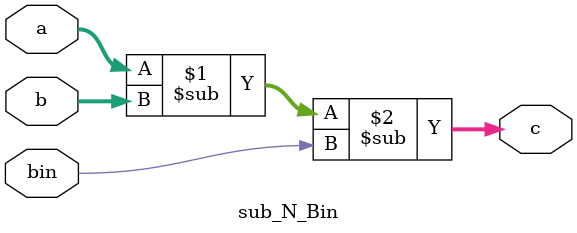
<source format=v>
module sub_N_Bin (a,b,bin,c);
parameter N=10;
input [N:0] a,b;
input bin;
output [N:0] c;
assign c = a - b - bin;
endmodule
</source>
